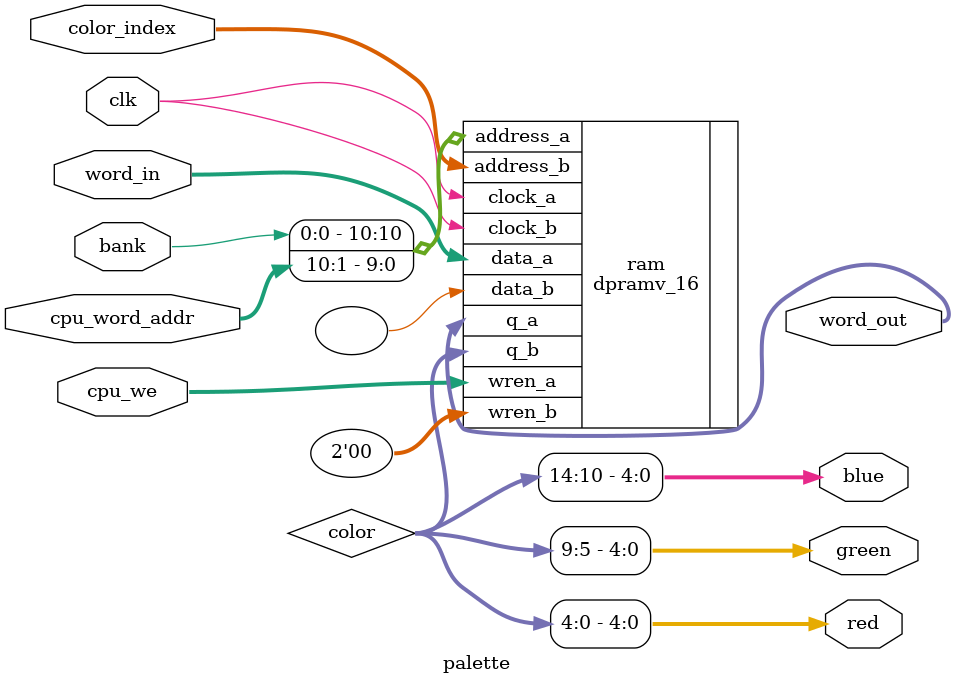
<source format=sv>
module palette(
    input clk,

    input bank,
    
    input [1:0] cpu_we,
    input [10:0] cpu_word_addr,
    input [15:0] word_in,
    output [15:0] word_out,

    input [9:0] color_index,
    output [4:0] red,
    output [4:0] green,
    output [4:0] blue
);

wire [15:0] color;
assign red = color[4:0];
assign green = color[9:5];
assign blue = color[14:10];

dpramv_16 #(.widthad_a(11)) ram(
    .clock_a(clk),
    .address_a({bank, cpu_word_addr[10:1]}),
    .q_a(word_out),
    .wren_a(cpu_we),
    .data_a(word_in),

    .clock_b(clk),
    .address_b(color_index),
    .q_b(color),
    .wren_b(2'b00),
    .data_b()
);

endmodule
</source>
